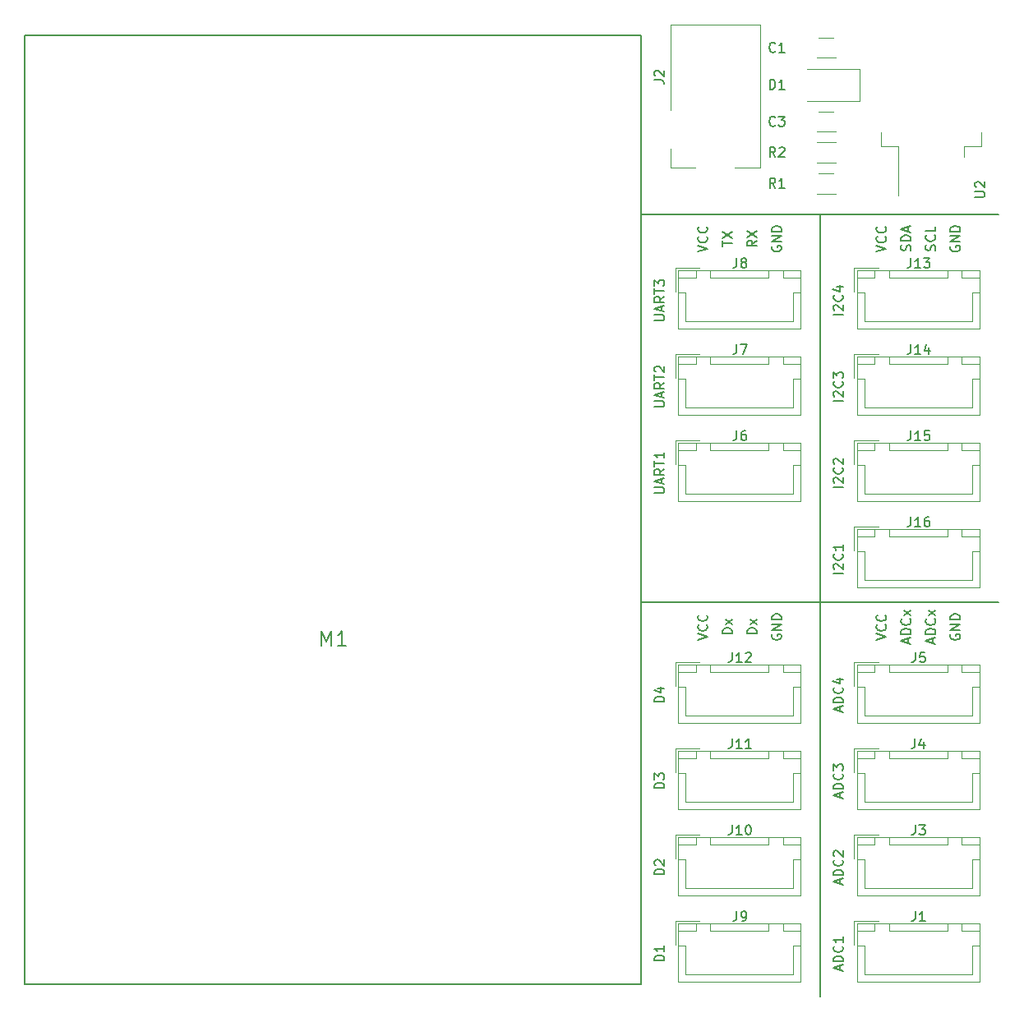
<source format=gto>
G04 #@! TF.FileFunction,Legend,Top*
%FSLAX46Y46*%
G04 Gerber Fmt 4.6, Leading zero omitted, Abs format (unit mm)*
G04 Created by KiCad (PCBNEW 4.0.7) date Tue Mar  6 11:31:25 2018*
%MOMM*%
%LPD*%
G01*
G04 APERTURE LIST*
%ADD10C,0.150000*%
%ADD11C,0.200000*%
%ADD12C,0.120000*%
%ADD13C,0.127000*%
%ADD14R,3.900000X3.900000*%
%ADD15R,2.400000X2.000000*%
%ADD16R,2.900000X2.200000*%
%ADD17R,2.150000X2.150000*%
%ADD18C,2.150000*%
%ADD19R,2.400000X2.100000*%
%ADD20R,1.500000X5.000000*%
%ADD21R,11.200000X9.800000*%
%ADD22R,2.178000X2.178000*%
%ADD23C,2.178000*%
G04 APERTURE END LIST*
D10*
D11*
X81915000Y0D02*
X81915000Y80645000D01*
D10*
X64857381Y69683571D02*
X65666905Y69683571D01*
X65762143Y69731190D01*
X65809762Y69778809D01*
X65857381Y69874047D01*
X65857381Y70064524D01*
X65809762Y70159762D01*
X65762143Y70207381D01*
X65666905Y70255000D01*
X64857381Y70255000D01*
X65571667Y70683571D02*
X65571667Y71159762D01*
X65857381Y70588333D02*
X64857381Y70921666D01*
X65857381Y71255000D01*
X65857381Y72159762D02*
X65381190Y71826428D01*
X65857381Y71588333D02*
X64857381Y71588333D01*
X64857381Y71969286D01*
X64905000Y72064524D01*
X64952619Y72112143D01*
X65047857Y72159762D01*
X65190714Y72159762D01*
X65285952Y72112143D01*
X65333571Y72064524D01*
X65381190Y71969286D01*
X65381190Y71588333D01*
X64857381Y72445476D02*
X64857381Y73016905D01*
X65857381Y72731190D02*
X64857381Y72731190D01*
X64857381Y73255000D02*
X64857381Y73874048D01*
X65238333Y73540714D01*
X65238333Y73683572D01*
X65285952Y73778810D01*
X65333571Y73826429D01*
X65428810Y73874048D01*
X65666905Y73874048D01*
X65762143Y73826429D01*
X65809762Y73778810D01*
X65857381Y73683572D01*
X65857381Y73397857D01*
X65809762Y73302619D01*
X65762143Y73255000D01*
X71842381Y77343095D02*
X71842381Y77914524D01*
X72842381Y77628809D02*
X71842381Y77628809D01*
X71842381Y78152619D02*
X72842381Y78819286D01*
X71842381Y78819286D02*
X72842381Y78152619D01*
D11*
X100330000Y80645000D02*
X63500000Y80645000D01*
X63500000Y40640000D02*
X100330000Y40640000D01*
D10*
X76970000Y77343096D02*
X76922381Y77247858D01*
X76922381Y77105001D01*
X76970000Y76962143D01*
X77065238Y76866905D01*
X77160476Y76819286D01*
X77350952Y76771667D01*
X77493810Y76771667D01*
X77684286Y76819286D01*
X77779524Y76866905D01*
X77874762Y76962143D01*
X77922381Y77105001D01*
X77922381Y77200239D01*
X77874762Y77343096D01*
X77827143Y77390715D01*
X77493810Y77390715D01*
X77493810Y77200239D01*
X77922381Y77819286D02*
X76922381Y77819286D01*
X77922381Y78390715D01*
X76922381Y78390715D01*
X77922381Y78866905D02*
X76922381Y78866905D01*
X76922381Y79105000D01*
X76970000Y79247858D01*
X77065238Y79343096D01*
X77160476Y79390715D01*
X77350952Y79438334D01*
X77493810Y79438334D01*
X77684286Y79390715D01*
X77779524Y79343096D01*
X77874762Y79247858D01*
X77922381Y79105000D01*
X77922381Y78866905D01*
X75382381Y77938334D02*
X74906190Y77605000D01*
X75382381Y77366905D02*
X74382381Y77366905D01*
X74382381Y77747858D01*
X74430000Y77843096D01*
X74477619Y77890715D01*
X74572857Y77938334D01*
X74715714Y77938334D01*
X74810952Y77890715D01*
X74858571Y77843096D01*
X74906190Y77747858D01*
X74906190Y77366905D01*
X74382381Y78271667D02*
X75382381Y78938334D01*
X74382381Y78938334D02*
X75382381Y78271667D01*
X69302381Y76771667D02*
X70302381Y77105000D01*
X69302381Y77438334D01*
X70207143Y78343096D02*
X70254762Y78295477D01*
X70302381Y78152620D01*
X70302381Y78057382D01*
X70254762Y77914524D01*
X70159524Y77819286D01*
X70064286Y77771667D01*
X69873810Y77724048D01*
X69730952Y77724048D01*
X69540476Y77771667D01*
X69445238Y77819286D01*
X69350000Y77914524D01*
X69302381Y78057382D01*
X69302381Y78152620D01*
X69350000Y78295477D01*
X69397619Y78343096D01*
X70207143Y79343096D02*
X70254762Y79295477D01*
X70302381Y79152620D01*
X70302381Y79057382D01*
X70254762Y78914524D01*
X70159524Y78819286D01*
X70064286Y78771667D01*
X69873810Y78724048D01*
X69730952Y78724048D01*
X69540476Y78771667D01*
X69445238Y78819286D01*
X69350000Y78914524D01*
X69302381Y79057382D01*
X69302381Y79152620D01*
X69350000Y79295477D01*
X69397619Y79343096D01*
X64857381Y60793571D02*
X65666905Y60793571D01*
X65762143Y60841190D01*
X65809762Y60888809D01*
X65857381Y60984047D01*
X65857381Y61174524D01*
X65809762Y61269762D01*
X65762143Y61317381D01*
X65666905Y61365000D01*
X64857381Y61365000D01*
X65571667Y61793571D02*
X65571667Y62269762D01*
X65857381Y61698333D02*
X64857381Y62031666D01*
X65857381Y62365000D01*
X65857381Y63269762D02*
X65381190Y62936428D01*
X65857381Y62698333D02*
X64857381Y62698333D01*
X64857381Y63079286D01*
X64905000Y63174524D01*
X64952619Y63222143D01*
X65047857Y63269762D01*
X65190714Y63269762D01*
X65285952Y63222143D01*
X65333571Y63174524D01*
X65381190Y63079286D01*
X65381190Y62698333D01*
X64857381Y63555476D02*
X64857381Y64126905D01*
X65857381Y63841190D02*
X64857381Y63841190D01*
X64952619Y64412619D02*
X64905000Y64460238D01*
X64857381Y64555476D01*
X64857381Y64793572D01*
X64905000Y64888810D01*
X64952619Y64936429D01*
X65047857Y64984048D01*
X65143095Y64984048D01*
X65285952Y64936429D01*
X65857381Y64365000D01*
X65857381Y64984048D01*
X64857381Y51903571D02*
X65666905Y51903571D01*
X65762143Y51951190D01*
X65809762Y51998809D01*
X65857381Y52094047D01*
X65857381Y52284524D01*
X65809762Y52379762D01*
X65762143Y52427381D01*
X65666905Y52475000D01*
X64857381Y52475000D01*
X65571667Y52903571D02*
X65571667Y53379762D01*
X65857381Y52808333D02*
X64857381Y53141666D01*
X65857381Y53475000D01*
X65857381Y54379762D02*
X65381190Y54046428D01*
X65857381Y53808333D02*
X64857381Y53808333D01*
X64857381Y54189286D01*
X64905000Y54284524D01*
X64952619Y54332143D01*
X65047857Y54379762D01*
X65190714Y54379762D01*
X65285952Y54332143D01*
X65333571Y54284524D01*
X65381190Y54189286D01*
X65381190Y53808333D01*
X64857381Y54665476D02*
X64857381Y55236905D01*
X65857381Y54951190D02*
X64857381Y54951190D01*
X65857381Y56094048D02*
X65857381Y55522619D01*
X65857381Y55808333D02*
X64857381Y55808333D01*
X65000238Y55713095D01*
X65095476Y55617857D01*
X65143095Y55522619D01*
X65857381Y30376905D02*
X64857381Y30376905D01*
X64857381Y30615000D01*
X64905000Y30757858D01*
X65000238Y30853096D01*
X65095476Y30900715D01*
X65285952Y30948334D01*
X65428810Y30948334D01*
X65619286Y30900715D01*
X65714524Y30853096D01*
X65809762Y30757858D01*
X65857381Y30615000D01*
X65857381Y30376905D01*
X65190714Y31805477D02*
X65857381Y31805477D01*
X64809762Y31567381D02*
X65524048Y31329286D01*
X65524048Y31948334D01*
X65857381Y21486905D02*
X64857381Y21486905D01*
X64857381Y21725000D01*
X64905000Y21867858D01*
X65000238Y21963096D01*
X65095476Y22010715D01*
X65285952Y22058334D01*
X65428810Y22058334D01*
X65619286Y22010715D01*
X65714524Y21963096D01*
X65809762Y21867858D01*
X65857381Y21725000D01*
X65857381Y21486905D01*
X64857381Y22391667D02*
X64857381Y23010715D01*
X65238333Y22677381D01*
X65238333Y22820239D01*
X65285952Y22915477D01*
X65333571Y22963096D01*
X65428810Y23010715D01*
X65666905Y23010715D01*
X65762143Y22963096D01*
X65809762Y22915477D01*
X65857381Y22820239D01*
X65857381Y22534524D01*
X65809762Y22439286D01*
X65762143Y22391667D01*
X65857381Y12596905D02*
X64857381Y12596905D01*
X64857381Y12835000D01*
X64905000Y12977858D01*
X65000238Y13073096D01*
X65095476Y13120715D01*
X65285952Y13168334D01*
X65428810Y13168334D01*
X65619286Y13120715D01*
X65714524Y13073096D01*
X65809762Y12977858D01*
X65857381Y12835000D01*
X65857381Y12596905D01*
X64952619Y13549286D02*
X64905000Y13596905D01*
X64857381Y13692143D01*
X64857381Y13930239D01*
X64905000Y14025477D01*
X64952619Y14073096D01*
X65047857Y14120715D01*
X65143095Y14120715D01*
X65285952Y14073096D01*
X65857381Y13501667D01*
X65857381Y14120715D01*
X65857381Y3706905D02*
X64857381Y3706905D01*
X64857381Y3945000D01*
X64905000Y4087858D01*
X65000238Y4183096D01*
X65095476Y4230715D01*
X65285952Y4278334D01*
X65428810Y4278334D01*
X65619286Y4230715D01*
X65714524Y4183096D01*
X65809762Y4087858D01*
X65857381Y3945000D01*
X65857381Y3706905D01*
X65857381Y5230715D02*
X65857381Y4659286D01*
X65857381Y4945000D02*
X64857381Y4945000D01*
X65000238Y4849762D01*
X65095476Y4754524D01*
X65143095Y4659286D01*
X76970000Y37338096D02*
X76922381Y37242858D01*
X76922381Y37100001D01*
X76970000Y36957143D01*
X77065238Y36861905D01*
X77160476Y36814286D01*
X77350952Y36766667D01*
X77493810Y36766667D01*
X77684286Y36814286D01*
X77779524Y36861905D01*
X77874762Y36957143D01*
X77922381Y37100001D01*
X77922381Y37195239D01*
X77874762Y37338096D01*
X77827143Y37385715D01*
X77493810Y37385715D01*
X77493810Y37195239D01*
X77922381Y37814286D02*
X76922381Y37814286D01*
X77922381Y38385715D01*
X76922381Y38385715D01*
X77922381Y38861905D02*
X76922381Y38861905D01*
X76922381Y39100000D01*
X76970000Y39242858D01*
X77065238Y39338096D01*
X77160476Y39385715D01*
X77350952Y39433334D01*
X77493810Y39433334D01*
X77684286Y39385715D01*
X77779524Y39338096D01*
X77874762Y39242858D01*
X77922381Y39100000D01*
X77922381Y38861905D01*
X75382381Y37433333D02*
X74382381Y37433333D01*
X74382381Y37671428D01*
X74430000Y37814286D01*
X74525238Y37909524D01*
X74620476Y37957143D01*
X74810952Y38004762D01*
X74953810Y38004762D01*
X75144286Y37957143D01*
X75239524Y37909524D01*
X75334762Y37814286D01*
X75382381Y37671428D01*
X75382381Y37433333D01*
X75382381Y38338095D02*
X74715714Y38861905D01*
X74715714Y38338095D02*
X75382381Y38861905D01*
X72842381Y37433333D02*
X71842381Y37433333D01*
X71842381Y37671428D01*
X71890000Y37814286D01*
X71985238Y37909524D01*
X72080476Y37957143D01*
X72270952Y38004762D01*
X72413810Y38004762D01*
X72604286Y37957143D01*
X72699524Y37909524D01*
X72794762Y37814286D01*
X72842381Y37671428D01*
X72842381Y37433333D01*
X72842381Y38338095D02*
X72175714Y38861905D01*
X72175714Y38338095D02*
X72842381Y38861905D01*
X69302381Y36766667D02*
X70302381Y37100000D01*
X69302381Y37433334D01*
X70207143Y38338096D02*
X70254762Y38290477D01*
X70302381Y38147620D01*
X70302381Y38052382D01*
X70254762Y37909524D01*
X70159524Y37814286D01*
X70064286Y37766667D01*
X69873810Y37719048D01*
X69730952Y37719048D01*
X69540476Y37766667D01*
X69445238Y37814286D01*
X69350000Y37909524D01*
X69302381Y38052382D01*
X69302381Y38147620D01*
X69350000Y38290477D01*
X69397619Y38338096D01*
X70207143Y39338096D02*
X70254762Y39290477D01*
X70302381Y39147620D01*
X70302381Y39052382D01*
X70254762Y38909524D01*
X70159524Y38814286D01*
X70064286Y38766667D01*
X69873810Y38719048D01*
X69730952Y38719048D01*
X69540476Y38766667D01*
X69445238Y38814286D01*
X69350000Y38909524D01*
X69302381Y39052382D01*
X69302381Y39147620D01*
X69350000Y39290477D01*
X69397619Y39338096D01*
X87717381Y76771667D02*
X88717381Y77105000D01*
X87717381Y77438334D01*
X88622143Y78343096D02*
X88669762Y78295477D01*
X88717381Y78152620D01*
X88717381Y78057382D01*
X88669762Y77914524D01*
X88574524Y77819286D01*
X88479286Y77771667D01*
X88288810Y77724048D01*
X88145952Y77724048D01*
X87955476Y77771667D01*
X87860238Y77819286D01*
X87765000Y77914524D01*
X87717381Y78057382D01*
X87717381Y78152620D01*
X87765000Y78295477D01*
X87812619Y78343096D01*
X88622143Y79343096D02*
X88669762Y79295477D01*
X88717381Y79152620D01*
X88717381Y79057382D01*
X88669762Y78914524D01*
X88574524Y78819286D01*
X88479286Y78771667D01*
X88288810Y78724048D01*
X88145952Y78724048D01*
X87955476Y78771667D01*
X87860238Y78819286D01*
X87765000Y78914524D01*
X87717381Y79057382D01*
X87717381Y79152620D01*
X87765000Y79295477D01*
X87812619Y79343096D01*
X91209762Y76890714D02*
X91257381Y77033571D01*
X91257381Y77271667D01*
X91209762Y77366905D01*
X91162143Y77414524D01*
X91066905Y77462143D01*
X90971667Y77462143D01*
X90876429Y77414524D01*
X90828810Y77366905D01*
X90781190Y77271667D01*
X90733571Y77081190D01*
X90685952Y76985952D01*
X90638333Y76938333D01*
X90543095Y76890714D01*
X90447857Y76890714D01*
X90352619Y76938333D01*
X90305000Y76985952D01*
X90257381Y77081190D01*
X90257381Y77319286D01*
X90305000Y77462143D01*
X91257381Y77890714D02*
X90257381Y77890714D01*
X90257381Y78128809D01*
X90305000Y78271667D01*
X90400238Y78366905D01*
X90495476Y78414524D01*
X90685952Y78462143D01*
X90828810Y78462143D01*
X91019286Y78414524D01*
X91114524Y78366905D01*
X91209762Y78271667D01*
X91257381Y78128809D01*
X91257381Y77890714D01*
X90971667Y78843095D02*
X90971667Y79319286D01*
X91257381Y78747857D02*
X90257381Y79081190D01*
X91257381Y79414524D01*
X93749762Y76914524D02*
X93797381Y77057381D01*
X93797381Y77295477D01*
X93749762Y77390715D01*
X93702143Y77438334D01*
X93606905Y77485953D01*
X93511667Y77485953D01*
X93416429Y77438334D01*
X93368810Y77390715D01*
X93321190Y77295477D01*
X93273571Y77105000D01*
X93225952Y77009762D01*
X93178333Y76962143D01*
X93083095Y76914524D01*
X92987857Y76914524D01*
X92892619Y76962143D01*
X92845000Y77009762D01*
X92797381Y77105000D01*
X92797381Y77343096D01*
X92845000Y77485953D01*
X93702143Y78485953D02*
X93749762Y78438334D01*
X93797381Y78295477D01*
X93797381Y78200239D01*
X93749762Y78057381D01*
X93654524Y77962143D01*
X93559286Y77914524D01*
X93368810Y77866905D01*
X93225952Y77866905D01*
X93035476Y77914524D01*
X92940238Y77962143D01*
X92845000Y78057381D01*
X92797381Y78200239D01*
X92797381Y78295477D01*
X92845000Y78438334D01*
X92892619Y78485953D01*
X93797381Y79390715D02*
X93797381Y78914524D01*
X92797381Y78914524D01*
X95385000Y77343096D02*
X95337381Y77247858D01*
X95337381Y77105001D01*
X95385000Y76962143D01*
X95480238Y76866905D01*
X95575476Y76819286D01*
X95765952Y76771667D01*
X95908810Y76771667D01*
X96099286Y76819286D01*
X96194524Y76866905D01*
X96289762Y76962143D01*
X96337381Y77105001D01*
X96337381Y77200239D01*
X96289762Y77343096D01*
X96242143Y77390715D01*
X95908810Y77390715D01*
X95908810Y77200239D01*
X96337381Y77819286D02*
X95337381Y77819286D01*
X96337381Y78390715D01*
X95337381Y78390715D01*
X96337381Y78866905D02*
X95337381Y78866905D01*
X95337381Y79105000D01*
X95385000Y79247858D01*
X95480238Y79343096D01*
X95575476Y79390715D01*
X95765952Y79438334D01*
X95908810Y79438334D01*
X96099286Y79390715D01*
X96194524Y79343096D01*
X96289762Y79247858D01*
X96337381Y79105000D01*
X96337381Y78866905D01*
X84272381Y70302619D02*
X83272381Y70302619D01*
X83367619Y70731190D02*
X83320000Y70778809D01*
X83272381Y70874047D01*
X83272381Y71112143D01*
X83320000Y71207381D01*
X83367619Y71255000D01*
X83462857Y71302619D01*
X83558095Y71302619D01*
X83700952Y71255000D01*
X84272381Y70683571D01*
X84272381Y71302619D01*
X84177143Y72302619D02*
X84224762Y72255000D01*
X84272381Y72112143D01*
X84272381Y72016905D01*
X84224762Y71874047D01*
X84129524Y71778809D01*
X84034286Y71731190D01*
X83843810Y71683571D01*
X83700952Y71683571D01*
X83510476Y71731190D01*
X83415238Y71778809D01*
X83320000Y71874047D01*
X83272381Y72016905D01*
X83272381Y72112143D01*
X83320000Y72255000D01*
X83367619Y72302619D01*
X83605714Y73159762D02*
X84272381Y73159762D01*
X83224762Y72921666D02*
X83939048Y72683571D01*
X83939048Y73302619D01*
X84272381Y61412619D02*
X83272381Y61412619D01*
X83367619Y61841190D02*
X83320000Y61888809D01*
X83272381Y61984047D01*
X83272381Y62222143D01*
X83320000Y62317381D01*
X83367619Y62365000D01*
X83462857Y62412619D01*
X83558095Y62412619D01*
X83700952Y62365000D01*
X84272381Y61793571D01*
X84272381Y62412619D01*
X84177143Y63412619D02*
X84224762Y63365000D01*
X84272381Y63222143D01*
X84272381Y63126905D01*
X84224762Y62984047D01*
X84129524Y62888809D01*
X84034286Y62841190D01*
X83843810Y62793571D01*
X83700952Y62793571D01*
X83510476Y62841190D01*
X83415238Y62888809D01*
X83320000Y62984047D01*
X83272381Y63126905D01*
X83272381Y63222143D01*
X83320000Y63365000D01*
X83367619Y63412619D01*
X83272381Y63745952D02*
X83272381Y64365000D01*
X83653333Y64031666D01*
X83653333Y64174524D01*
X83700952Y64269762D01*
X83748571Y64317381D01*
X83843810Y64365000D01*
X84081905Y64365000D01*
X84177143Y64317381D01*
X84224762Y64269762D01*
X84272381Y64174524D01*
X84272381Y63888809D01*
X84224762Y63793571D01*
X84177143Y63745952D01*
X84272381Y52522619D02*
X83272381Y52522619D01*
X83367619Y52951190D02*
X83320000Y52998809D01*
X83272381Y53094047D01*
X83272381Y53332143D01*
X83320000Y53427381D01*
X83367619Y53475000D01*
X83462857Y53522619D01*
X83558095Y53522619D01*
X83700952Y53475000D01*
X84272381Y52903571D01*
X84272381Y53522619D01*
X84177143Y54522619D02*
X84224762Y54475000D01*
X84272381Y54332143D01*
X84272381Y54236905D01*
X84224762Y54094047D01*
X84129524Y53998809D01*
X84034286Y53951190D01*
X83843810Y53903571D01*
X83700952Y53903571D01*
X83510476Y53951190D01*
X83415238Y53998809D01*
X83320000Y54094047D01*
X83272381Y54236905D01*
X83272381Y54332143D01*
X83320000Y54475000D01*
X83367619Y54522619D01*
X83367619Y54903571D02*
X83320000Y54951190D01*
X83272381Y55046428D01*
X83272381Y55284524D01*
X83320000Y55379762D01*
X83367619Y55427381D01*
X83462857Y55475000D01*
X83558095Y55475000D01*
X83700952Y55427381D01*
X84272381Y54855952D01*
X84272381Y55475000D01*
X84272381Y43632619D02*
X83272381Y43632619D01*
X83367619Y44061190D02*
X83320000Y44108809D01*
X83272381Y44204047D01*
X83272381Y44442143D01*
X83320000Y44537381D01*
X83367619Y44585000D01*
X83462857Y44632619D01*
X83558095Y44632619D01*
X83700952Y44585000D01*
X84272381Y44013571D01*
X84272381Y44632619D01*
X84177143Y45632619D02*
X84224762Y45585000D01*
X84272381Y45442143D01*
X84272381Y45346905D01*
X84224762Y45204047D01*
X84129524Y45108809D01*
X84034286Y45061190D01*
X83843810Y45013571D01*
X83700952Y45013571D01*
X83510476Y45061190D01*
X83415238Y45108809D01*
X83320000Y45204047D01*
X83272381Y45346905D01*
X83272381Y45442143D01*
X83320000Y45585000D01*
X83367619Y45632619D01*
X84272381Y46585000D02*
X84272381Y46013571D01*
X84272381Y46299285D02*
X83272381Y46299285D01*
X83415238Y46204047D01*
X83510476Y46108809D01*
X83558095Y46013571D01*
X83986667Y29400714D02*
X83986667Y29876905D01*
X84272381Y29305476D02*
X83272381Y29638809D01*
X84272381Y29972143D01*
X84272381Y30305476D02*
X83272381Y30305476D01*
X83272381Y30543571D01*
X83320000Y30686429D01*
X83415238Y30781667D01*
X83510476Y30829286D01*
X83700952Y30876905D01*
X83843810Y30876905D01*
X84034286Y30829286D01*
X84129524Y30781667D01*
X84224762Y30686429D01*
X84272381Y30543571D01*
X84272381Y30305476D01*
X84177143Y31876905D02*
X84224762Y31829286D01*
X84272381Y31686429D01*
X84272381Y31591191D01*
X84224762Y31448333D01*
X84129524Y31353095D01*
X84034286Y31305476D01*
X83843810Y31257857D01*
X83700952Y31257857D01*
X83510476Y31305476D01*
X83415238Y31353095D01*
X83320000Y31448333D01*
X83272381Y31591191D01*
X83272381Y31686429D01*
X83320000Y31829286D01*
X83367619Y31876905D01*
X83605714Y32734048D02*
X84272381Y32734048D01*
X83224762Y32495952D02*
X83939048Y32257857D01*
X83939048Y32876905D01*
X83986667Y20510714D02*
X83986667Y20986905D01*
X84272381Y20415476D02*
X83272381Y20748809D01*
X84272381Y21082143D01*
X84272381Y21415476D02*
X83272381Y21415476D01*
X83272381Y21653571D01*
X83320000Y21796429D01*
X83415238Y21891667D01*
X83510476Y21939286D01*
X83700952Y21986905D01*
X83843810Y21986905D01*
X84034286Y21939286D01*
X84129524Y21891667D01*
X84224762Y21796429D01*
X84272381Y21653571D01*
X84272381Y21415476D01*
X84177143Y22986905D02*
X84224762Y22939286D01*
X84272381Y22796429D01*
X84272381Y22701191D01*
X84224762Y22558333D01*
X84129524Y22463095D01*
X84034286Y22415476D01*
X83843810Y22367857D01*
X83700952Y22367857D01*
X83510476Y22415476D01*
X83415238Y22463095D01*
X83320000Y22558333D01*
X83272381Y22701191D01*
X83272381Y22796429D01*
X83320000Y22939286D01*
X83367619Y22986905D01*
X83272381Y23320238D02*
X83272381Y23939286D01*
X83653333Y23605952D01*
X83653333Y23748810D01*
X83700952Y23844048D01*
X83748571Y23891667D01*
X83843810Y23939286D01*
X84081905Y23939286D01*
X84177143Y23891667D01*
X84224762Y23844048D01*
X84272381Y23748810D01*
X84272381Y23463095D01*
X84224762Y23367857D01*
X84177143Y23320238D01*
X83986667Y11620714D02*
X83986667Y12096905D01*
X84272381Y11525476D02*
X83272381Y11858809D01*
X84272381Y12192143D01*
X84272381Y12525476D02*
X83272381Y12525476D01*
X83272381Y12763571D01*
X83320000Y12906429D01*
X83415238Y13001667D01*
X83510476Y13049286D01*
X83700952Y13096905D01*
X83843810Y13096905D01*
X84034286Y13049286D01*
X84129524Y13001667D01*
X84224762Y12906429D01*
X84272381Y12763571D01*
X84272381Y12525476D01*
X84177143Y14096905D02*
X84224762Y14049286D01*
X84272381Y13906429D01*
X84272381Y13811191D01*
X84224762Y13668333D01*
X84129524Y13573095D01*
X84034286Y13525476D01*
X83843810Y13477857D01*
X83700952Y13477857D01*
X83510476Y13525476D01*
X83415238Y13573095D01*
X83320000Y13668333D01*
X83272381Y13811191D01*
X83272381Y13906429D01*
X83320000Y14049286D01*
X83367619Y14096905D01*
X83367619Y14477857D02*
X83320000Y14525476D01*
X83272381Y14620714D01*
X83272381Y14858810D01*
X83320000Y14954048D01*
X83367619Y15001667D01*
X83462857Y15049286D01*
X83558095Y15049286D01*
X83700952Y15001667D01*
X84272381Y14430238D01*
X84272381Y15049286D01*
X83986667Y2730714D02*
X83986667Y3206905D01*
X84272381Y2635476D02*
X83272381Y2968809D01*
X84272381Y3302143D01*
X84272381Y3635476D02*
X83272381Y3635476D01*
X83272381Y3873571D01*
X83320000Y4016429D01*
X83415238Y4111667D01*
X83510476Y4159286D01*
X83700952Y4206905D01*
X83843810Y4206905D01*
X84034286Y4159286D01*
X84129524Y4111667D01*
X84224762Y4016429D01*
X84272381Y3873571D01*
X84272381Y3635476D01*
X84177143Y5206905D02*
X84224762Y5159286D01*
X84272381Y5016429D01*
X84272381Y4921191D01*
X84224762Y4778333D01*
X84129524Y4683095D01*
X84034286Y4635476D01*
X83843810Y4587857D01*
X83700952Y4587857D01*
X83510476Y4635476D01*
X83415238Y4683095D01*
X83320000Y4778333D01*
X83272381Y4921191D01*
X83272381Y5016429D01*
X83320000Y5159286D01*
X83367619Y5206905D01*
X84272381Y6159286D02*
X84272381Y5587857D01*
X84272381Y5873571D02*
X83272381Y5873571D01*
X83415238Y5778333D01*
X83510476Y5683095D01*
X83558095Y5587857D01*
X95385000Y37338096D02*
X95337381Y37242858D01*
X95337381Y37100001D01*
X95385000Y36957143D01*
X95480238Y36861905D01*
X95575476Y36814286D01*
X95765952Y36766667D01*
X95908810Y36766667D01*
X96099286Y36814286D01*
X96194524Y36861905D01*
X96289762Y36957143D01*
X96337381Y37100001D01*
X96337381Y37195239D01*
X96289762Y37338096D01*
X96242143Y37385715D01*
X95908810Y37385715D01*
X95908810Y37195239D01*
X96337381Y37814286D02*
X95337381Y37814286D01*
X96337381Y38385715D01*
X95337381Y38385715D01*
X96337381Y38861905D02*
X95337381Y38861905D01*
X95337381Y39100000D01*
X95385000Y39242858D01*
X95480238Y39338096D01*
X95575476Y39385715D01*
X95765952Y39433334D01*
X95908810Y39433334D01*
X96099286Y39385715D01*
X96194524Y39338096D01*
X96289762Y39242858D01*
X96337381Y39100000D01*
X96337381Y38861905D01*
X93511667Y36457143D02*
X93511667Y36933334D01*
X93797381Y36361905D02*
X92797381Y36695238D01*
X93797381Y37028572D01*
X93797381Y37361905D02*
X92797381Y37361905D01*
X92797381Y37600000D01*
X92845000Y37742858D01*
X92940238Y37838096D01*
X93035476Y37885715D01*
X93225952Y37933334D01*
X93368810Y37933334D01*
X93559286Y37885715D01*
X93654524Y37838096D01*
X93749762Y37742858D01*
X93797381Y37600000D01*
X93797381Y37361905D01*
X93702143Y38933334D02*
X93749762Y38885715D01*
X93797381Y38742858D01*
X93797381Y38647620D01*
X93749762Y38504762D01*
X93654524Y38409524D01*
X93559286Y38361905D01*
X93368810Y38314286D01*
X93225952Y38314286D01*
X93035476Y38361905D01*
X92940238Y38409524D01*
X92845000Y38504762D01*
X92797381Y38647620D01*
X92797381Y38742858D01*
X92845000Y38885715D01*
X92892619Y38933334D01*
X93797381Y39266667D02*
X93130714Y39790477D01*
X93130714Y39266667D02*
X93797381Y39790477D01*
X90971667Y36457143D02*
X90971667Y36933334D01*
X91257381Y36361905D02*
X90257381Y36695238D01*
X91257381Y37028572D01*
X91257381Y37361905D02*
X90257381Y37361905D01*
X90257381Y37600000D01*
X90305000Y37742858D01*
X90400238Y37838096D01*
X90495476Y37885715D01*
X90685952Y37933334D01*
X90828810Y37933334D01*
X91019286Y37885715D01*
X91114524Y37838096D01*
X91209762Y37742858D01*
X91257381Y37600000D01*
X91257381Y37361905D01*
X91162143Y38933334D02*
X91209762Y38885715D01*
X91257381Y38742858D01*
X91257381Y38647620D01*
X91209762Y38504762D01*
X91114524Y38409524D01*
X91019286Y38361905D01*
X90828810Y38314286D01*
X90685952Y38314286D01*
X90495476Y38361905D01*
X90400238Y38409524D01*
X90305000Y38504762D01*
X90257381Y38647620D01*
X90257381Y38742858D01*
X90305000Y38885715D01*
X90352619Y38933334D01*
X91257381Y39266667D02*
X90590714Y39790477D01*
X90590714Y39266667D02*
X91257381Y39790477D01*
X87717381Y36766667D02*
X88717381Y37100000D01*
X87717381Y37433334D01*
X88622143Y38338096D02*
X88669762Y38290477D01*
X88717381Y38147620D01*
X88717381Y38052382D01*
X88669762Y37909524D01*
X88574524Y37814286D01*
X88479286Y37766667D01*
X88288810Y37719048D01*
X88145952Y37719048D01*
X87955476Y37766667D01*
X87860238Y37814286D01*
X87765000Y37909524D01*
X87717381Y38052382D01*
X87717381Y38147620D01*
X87765000Y38290477D01*
X87812619Y38338096D01*
X88622143Y39338096D02*
X88669762Y39290477D01*
X88717381Y39147620D01*
X88717381Y39052382D01*
X88669762Y38909524D01*
X88574524Y38814286D01*
X88479286Y38766667D01*
X88288810Y38719048D01*
X88145952Y38719048D01*
X87955476Y38766667D01*
X87860238Y38814286D01*
X87765000Y38909524D01*
X87717381Y39052382D01*
X87717381Y39147620D01*
X87765000Y39290477D01*
X87812619Y39338096D01*
D12*
X66520000Y91360000D02*
X66520000Y100160000D01*
X66520000Y100160000D02*
X75720000Y100160000D01*
X69220000Y85460000D02*
X66520000Y85460000D01*
X66520000Y85460000D02*
X66520000Y87360000D01*
X75720000Y100160000D02*
X75720000Y85460000D01*
X75720000Y85460000D02*
X73120000Y85460000D01*
X81550000Y96770000D02*
X83550000Y96770000D01*
X83550000Y98810000D02*
X81550000Y98810000D01*
X81550000Y89150000D02*
X83550000Y89150000D01*
X83550000Y91190000D02*
X81550000Y91190000D01*
X85950000Y92330000D02*
X85950000Y95630000D01*
X85950000Y95630000D02*
X80550000Y95630000D01*
X85950000Y92330000D02*
X80550000Y92330000D01*
X85715000Y7530000D02*
X85715000Y1580000D01*
X85715000Y1580000D02*
X98315000Y1580000D01*
X98315000Y1580000D02*
X98315000Y7530000D01*
X98315000Y7530000D02*
X85715000Y7530000D01*
X89015000Y7530000D02*
X89015000Y6780000D01*
X89015000Y6780000D02*
X95015000Y6780000D01*
X95015000Y6780000D02*
X95015000Y7530000D01*
X95015000Y7530000D02*
X89015000Y7530000D01*
X85715000Y7530000D02*
X85715000Y6780000D01*
X85715000Y6780000D02*
X87515000Y6780000D01*
X87515000Y6780000D02*
X87515000Y7530000D01*
X87515000Y7530000D02*
X85715000Y7530000D01*
X96515000Y7530000D02*
X96515000Y6780000D01*
X96515000Y6780000D02*
X98315000Y6780000D01*
X98315000Y6780000D02*
X98315000Y7530000D01*
X98315000Y7530000D02*
X96515000Y7530000D01*
X85715000Y5280000D02*
X86465000Y5280000D01*
X86465000Y5280000D02*
X86465000Y2330000D01*
X86465000Y2330000D02*
X92015000Y2330000D01*
X98315000Y5280000D02*
X97565000Y5280000D01*
X97565000Y5280000D02*
X97565000Y2330000D01*
X97565000Y2330000D02*
X92015000Y2330000D01*
X87915000Y7830000D02*
X85415000Y7830000D01*
X85415000Y7830000D02*
X85415000Y5330000D01*
X85715000Y16420000D02*
X85715000Y10470000D01*
X85715000Y10470000D02*
X98315000Y10470000D01*
X98315000Y10470000D02*
X98315000Y16420000D01*
X98315000Y16420000D02*
X85715000Y16420000D01*
X89015000Y16420000D02*
X89015000Y15670000D01*
X89015000Y15670000D02*
X95015000Y15670000D01*
X95015000Y15670000D02*
X95015000Y16420000D01*
X95015000Y16420000D02*
X89015000Y16420000D01*
X85715000Y16420000D02*
X85715000Y15670000D01*
X85715000Y15670000D02*
X87515000Y15670000D01*
X87515000Y15670000D02*
X87515000Y16420000D01*
X87515000Y16420000D02*
X85715000Y16420000D01*
X96515000Y16420000D02*
X96515000Y15670000D01*
X96515000Y15670000D02*
X98315000Y15670000D01*
X98315000Y15670000D02*
X98315000Y16420000D01*
X98315000Y16420000D02*
X96515000Y16420000D01*
X85715000Y14170000D02*
X86465000Y14170000D01*
X86465000Y14170000D02*
X86465000Y11220000D01*
X86465000Y11220000D02*
X92015000Y11220000D01*
X98315000Y14170000D02*
X97565000Y14170000D01*
X97565000Y14170000D02*
X97565000Y11220000D01*
X97565000Y11220000D02*
X92015000Y11220000D01*
X87915000Y16720000D02*
X85415000Y16720000D01*
X85415000Y16720000D02*
X85415000Y14220000D01*
X85715000Y25310000D02*
X85715000Y19360000D01*
X85715000Y19360000D02*
X98315000Y19360000D01*
X98315000Y19360000D02*
X98315000Y25310000D01*
X98315000Y25310000D02*
X85715000Y25310000D01*
X89015000Y25310000D02*
X89015000Y24560000D01*
X89015000Y24560000D02*
X95015000Y24560000D01*
X95015000Y24560000D02*
X95015000Y25310000D01*
X95015000Y25310000D02*
X89015000Y25310000D01*
X85715000Y25310000D02*
X85715000Y24560000D01*
X85715000Y24560000D02*
X87515000Y24560000D01*
X87515000Y24560000D02*
X87515000Y25310000D01*
X87515000Y25310000D02*
X85715000Y25310000D01*
X96515000Y25310000D02*
X96515000Y24560000D01*
X96515000Y24560000D02*
X98315000Y24560000D01*
X98315000Y24560000D02*
X98315000Y25310000D01*
X98315000Y25310000D02*
X96515000Y25310000D01*
X85715000Y23060000D02*
X86465000Y23060000D01*
X86465000Y23060000D02*
X86465000Y20110000D01*
X86465000Y20110000D02*
X92015000Y20110000D01*
X98315000Y23060000D02*
X97565000Y23060000D01*
X97565000Y23060000D02*
X97565000Y20110000D01*
X97565000Y20110000D02*
X92015000Y20110000D01*
X87915000Y25610000D02*
X85415000Y25610000D01*
X85415000Y25610000D02*
X85415000Y23110000D01*
X85715000Y34200000D02*
X85715000Y28250000D01*
X85715000Y28250000D02*
X98315000Y28250000D01*
X98315000Y28250000D02*
X98315000Y34200000D01*
X98315000Y34200000D02*
X85715000Y34200000D01*
X89015000Y34200000D02*
X89015000Y33450000D01*
X89015000Y33450000D02*
X95015000Y33450000D01*
X95015000Y33450000D02*
X95015000Y34200000D01*
X95015000Y34200000D02*
X89015000Y34200000D01*
X85715000Y34200000D02*
X85715000Y33450000D01*
X85715000Y33450000D02*
X87515000Y33450000D01*
X87515000Y33450000D02*
X87515000Y34200000D01*
X87515000Y34200000D02*
X85715000Y34200000D01*
X96515000Y34200000D02*
X96515000Y33450000D01*
X96515000Y33450000D02*
X98315000Y33450000D01*
X98315000Y33450000D02*
X98315000Y34200000D01*
X98315000Y34200000D02*
X96515000Y34200000D01*
X85715000Y31950000D02*
X86465000Y31950000D01*
X86465000Y31950000D02*
X86465000Y29000000D01*
X86465000Y29000000D02*
X92015000Y29000000D01*
X98315000Y31950000D02*
X97565000Y31950000D01*
X97565000Y31950000D02*
X97565000Y29000000D01*
X97565000Y29000000D02*
X92015000Y29000000D01*
X87915000Y34500000D02*
X85415000Y34500000D01*
X85415000Y34500000D02*
X85415000Y32000000D01*
X67300000Y57060000D02*
X67300000Y51110000D01*
X67300000Y51110000D02*
X79900000Y51110000D01*
X79900000Y51110000D02*
X79900000Y57060000D01*
X79900000Y57060000D02*
X67300000Y57060000D01*
X70600000Y57060000D02*
X70600000Y56310000D01*
X70600000Y56310000D02*
X76600000Y56310000D01*
X76600000Y56310000D02*
X76600000Y57060000D01*
X76600000Y57060000D02*
X70600000Y57060000D01*
X67300000Y57060000D02*
X67300000Y56310000D01*
X67300000Y56310000D02*
X69100000Y56310000D01*
X69100000Y56310000D02*
X69100000Y57060000D01*
X69100000Y57060000D02*
X67300000Y57060000D01*
X78100000Y57060000D02*
X78100000Y56310000D01*
X78100000Y56310000D02*
X79900000Y56310000D01*
X79900000Y56310000D02*
X79900000Y57060000D01*
X79900000Y57060000D02*
X78100000Y57060000D01*
X67300000Y54810000D02*
X68050000Y54810000D01*
X68050000Y54810000D02*
X68050000Y51860000D01*
X68050000Y51860000D02*
X73600000Y51860000D01*
X79900000Y54810000D02*
X79150000Y54810000D01*
X79150000Y54810000D02*
X79150000Y51860000D01*
X79150000Y51860000D02*
X73600000Y51860000D01*
X69500000Y57360000D02*
X67000000Y57360000D01*
X67000000Y57360000D02*
X67000000Y54860000D01*
X67300000Y65950000D02*
X67300000Y60000000D01*
X67300000Y60000000D02*
X79900000Y60000000D01*
X79900000Y60000000D02*
X79900000Y65950000D01*
X79900000Y65950000D02*
X67300000Y65950000D01*
X70600000Y65950000D02*
X70600000Y65200000D01*
X70600000Y65200000D02*
X76600000Y65200000D01*
X76600000Y65200000D02*
X76600000Y65950000D01*
X76600000Y65950000D02*
X70600000Y65950000D01*
X67300000Y65950000D02*
X67300000Y65200000D01*
X67300000Y65200000D02*
X69100000Y65200000D01*
X69100000Y65200000D02*
X69100000Y65950000D01*
X69100000Y65950000D02*
X67300000Y65950000D01*
X78100000Y65950000D02*
X78100000Y65200000D01*
X78100000Y65200000D02*
X79900000Y65200000D01*
X79900000Y65200000D02*
X79900000Y65950000D01*
X79900000Y65950000D02*
X78100000Y65950000D01*
X67300000Y63700000D02*
X68050000Y63700000D01*
X68050000Y63700000D02*
X68050000Y60750000D01*
X68050000Y60750000D02*
X73600000Y60750000D01*
X79900000Y63700000D02*
X79150000Y63700000D01*
X79150000Y63700000D02*
X79150000Y60750000D01*
X79150000Y60750000D02*
X73600000Y60750000D01*
X69500000Y66250000D02*
X67000000Y66250000D01*
X67000000Y66250000D02*
X67000000Y63750000D01*
X67300000Y74840000D02*
X67300000Y68890000D01*
X67300000Y68890000D02*
X79900000Y68890000D01*
X79900000Y68890000D02*
X79900000Y74840000D01*
X79900000Y74840000D02*
X67300000Y74840000D01*
X70600000Y74840000D02*
X70600000Y74090000D01*
X70600000Y74090000D02*
X76600000Y74090000D01*
X76600000Y74090000D02*
X76600000Y74840000D01*
X76600000Y74840000D02*
X70600000Y74840000D01*
X67300000Y74840000D02*
X67300000Y74090000D01*
X67300000Y74090000D02*
X69100000Y74090000D01*
X69100000Y74090000D02*
X69100000Y74840000D01*
X69100000Y74840000D02*
X67300000Y74840000D01*
X78100000Y74840000D02*
X78100000Y74090000D01*
X78100000Y74090000D02*
X79900000Y74090000D01*
X79900000Y74090000D02*
X79900000Y74840000D01*
X79900000Y74840000D02*
X78100000Y74840000D01*
X67300000Y72590000D02*
X68050000Y72590000D01*
X68050000Y72590000D02*
X68050000Y69640000D01*
X68050000Y69640000D02*
X73600000Y69640000D01*
X79900000Y72590000D02*
X79150000Y72590000D01*
X79150000Y72590000D02*
X79150000Y69640000D01*
X79150000Y69640000D02*
X73600000Y69640000D01*
X69500000Y75140000D02*
X67000000Y75140000D01*
X67000000Y75140000D02*
X67000000Y72640000D01*
X67300000Y7530000D02*
X67300000Y1580000D01*
X67300000Y1580000D02*
X79900000Y1580000D01*
X79900000Y1580000D02*
X79900000Y7530000D01*
X79900000Y7530000D02*
X67300000Y7530000D01*
X70600000Y7530000D02*
X70600000Y6780000D01*
X70600000Y6780000D02*
X76600000Y6780000D01*
X76600000Y6780000D02*
X76600000Y7530000D01*
X76600000Y7530000D02*
X70600000Y7530000D01*
X67300000Y7530000D02*
X67300000Y6780000D01*
X67300000Y6780000D02*
X69100000Y6780000D01*
X69100000Y6780000D02*
X69100000Y7530000D01*
X69100000Y7530000D02*
X67300000Y7530000D01*
X78100000Y7530000D02*
X78100000Y6780000D01*
X78100000Y6780000D02*
X79900000Y6780000D01*
X79900000Y6780000D02*
X79900000Y7530000D01*
X79900000Y7530000D02*
X78100000Y7530000D01*
X67300000Y5280000D02*
X68050000Y5280000D01*
X68050000Y5280000D02*
X68050000Y2330000D01*
X68050000Y2330000D02*
X73600000Y2330000D01*
X79900000Y5280000D02*
X79150000Y5280000D01*
X79150000Y5280000D02*
X79150000Y2330000D01*
X79150000Y2330000D02*
X73600000Y2330000D01*
X69500000Y7830000D02*
X67000000Y7830000D01*
X67000000Y7830000D02*
X67000000Y5330000D01*
X67300000Y16420000D02*
X67300000Y10470000D01*
X67300000Y10470000D02*
X79900000Y10470000D01*
X79900000Y10470000D02*
X79900000Y16420000D01*
X79900000Y16420000D02*
X67300000Y16420000D01*
X70600000Y16420000D02*
X70600000Y15670000D01*
X70600000Y15670000D02*
X76600000Y15670000D01*
X76600000Y15670000D02*
X76600000Y16420000D01*
X76600000Y16420000D02*
X70600000Y16420000D01*
X67300000Y16420000D02*
X67300000Y15670000D01*
X67300000Y15670000D02*
X69100000Y15670000D01*
X69100000Y15670000D02*
X69100000Y16420000D01*
X69100000Y16420000D02*
X67300000Y16420000D01*
X78100000Y16420000D02*
X78100000Y15670000D01*
X78100000Y15670000D02*
X79900000Y15670000D01*
X79900000Y15670000D02*
X79900000Y16420000D01*
X79900000Y16420000D02*
X78100000Y16420000D01*
X67300000Y14170000D02*
X68050000Y14170000D01*
X68050000Y14170000D02*
X68050000Y11220000D01*
X68050000Y11220000D02*
X73600000Y11220000D01*
X79900000Y14170000D02*
X79150000Y14170000D01*
X79150000Y14170000D02*
X79150000Y11220000D01*
X79150000Y11220000D02*
X73600000Y11220000D01*
X69500000Y16720000D02*
X67000000Y16720000D01*
X67000000Y16720000D02*
X67000000Y14220000D01*
X67300000Y25310000D02*
X67300000Y19360000D01*
X67300000Y19360000D02*
X79900000Y19360000D01*
X79900000Y19360000D02*
X79900000Y25310000D01*
X79900000Y25310000D02*
X67300000Y25310000D01*
X70600000Y25310000D02*
X70600000Y24560000D01*
X70600000Y24560000D02*
X76600000Y24560000D01*
X76600000Y24560000D02*
X76600000Y25310000D01*
X76600000Y25310000D02*
X70600000Y25310000D01*
X67300000Y25310000D02*
X67300000Y24560000D01*
X67300000Y24560000D02*
X69100000Y24560000D01*
X69100000Y24560000D02*
X69100000Y25310000D01*
X69100000Y25310000D02*
X67300000Y25310000D01*
X78100000Y25310000D02*
X78100000Y24560000D01*
X78100000Y24560000D02*
X79900000Y24560000D01*
X79900000Y24560000D02*
X79900000Y25310000D01*
X79900000Y25310000D02*
X78100000Y25310000D01*
X67300000Y23060000D02*
X68050000Y23060000D01*
X68050000Y23060000D02*
X68050000Y20110000D01*
X68050000Y20110000D02*
X73600000Y20110000D01*
X79900000Y23060000D02*
X79150000Y23060000D01*
X79150000Y23060000D02*
X79150000Y20110000D01*
X79150000Y20110000D02*
X73600000Y20110000D01*
X69500000Y25610000D02*
X67000000Y25610000D01*
X67000000Y25610000D02*
X67000000Y23110000D01*
X67300000Y34200000D02*
X67300000Y28250000D01*
X67300000Y28250000D02*
X79900000Y28250000D01*
X79900000Y28250000D02*
X79900000Y34200000D01*
X79900000Y34200000D02*
X67300000Y34200000D01*
X70600000Y34200000D02*
X70600000Y33450000D01*
X70600000Y33450000D02*
X76600000Y33450000D01*
X76600000Y33450000D02*
X76600000Y34200000D01*
X76600000Y34200000D02*
X70600000Y34200000D01*
X67300000Y34200000D02*
X67300000Y33450000D01*
X67300000Y33450000D02*
X69100000Y33450000D01*
X69100000Y33450000D02*
X69100000Y34200000D01*
X69100000Y34200000D02*
X67300000Y34200000D01*
X78100000Y34200000D02*
X78100000Y33450000D01*
X78100000Y33450000D02*
X79900000Y33450000D01*
X79900000Y33450000D02*
X79900000Y34200000D01*
X79900000Y34200000D02*
X78100000Y34200000D01*
X67300000Y31950000D02*
X68050000Y31950000D01*
X68050000Y31950000D02*
X68050000Y29000000D01*
X68050000Y29000000D02*
X73600000Y29000000D01*
X79900000Y31950000D02*
X79150000Y31950000D01*
X79150000Y31950000D02*
X79150000Y29000000D01*
X79150000Y29000000D02*
X73600000Y29000000D01*
X69500000Y34500000D02*
X67000000Y34500000D01*
X67000000Y34500000D02*
X67000000Y32000000D01*
X85715000Y74840000D02*
X85715000Y68890000D01*
X85715000Y68890000D02*
X98315000Y68890000D01*
X98315000Y68890000D02*
X98315000Y74840000D01*
X98315000Y74840000D02*
X85715000Y74840000D01*
X89015000Y74840000D02*
X89015000Y74090000D01*
X89015000Y74090000D02*
X95015000Y74090000D01*
X95015000Y74090000D02*
X95015000Y74840000D01*
X95015000Y74840000D02*
X89015000Y74840000D01*
X85715000Y74840000D02*
X85715000Y74090000D01*
X85715000Y74090000D02*
X87515000Y74090000D01*
X87515000Y74090000D02*
X87515000Y74840000D01*
X87515000Y74840000D02*
X85715000Y74840000D01*
X96515000Y74840000D02*
X96515000Y74090000D01*
X96515000Y74090000D02*
X98315000Y74090000D01*
X98315000Y74090000D02*
X98315000Y74840000D01*
X98315000Y74840000D02*
X96515000Y74840000D01*
X85715000Y72590000D02*
X86465000Y72590000D01*
X86465000Y72590000D02*
X86465000Y69640000D01*
X86465000Y69640000D02*
X92015000Y69640000D01*
X98315000Y72590000D02*
X97565000Y72590000D01*
X97565000Y72590000D02*
X97565000Y69640000D01*
X97565000Y69640000D02*
X92015000Y69640000D01*
X87915000Y75140000D02*
X85415000Y75140000D01*
X85415000Y75140000D02*
X85415000Y72640000D01*
X85715000Y65950000D02*
X85715000Y60000000D01*
X85715000Y60000000D02*
X98315000Y60000000D01*
X98315000Y60000000D02*
X98315000Y65950000D01*
X98315000Y65950000D02*
X85715000Y65950000D01*
X89015000Y65950000D02*
X89015000Y65200000D01*
X89015000Y65200000D02*
X95015000Y65200000D01*
X95015000Y65200000D02*
X95015000Y65950000D01*
X95015000Y65950000D02*
X89015000Y65950000D01*
X85715000Y65950000D02*
X85715000Y65200000D01*
X85715000Y65200000D02*
X87515000Y65200000D01*
X87515000Y65200000D02*
X87515000Y65950000D01*
X87515000Y65950000D02*
X85715000Y65950000D01*
X96515000Y65950000D02*
X96515000Y65200000D01*
X96515000Y65200000D02*
X98315000Y65200000D01*
X98315000Y65200000D02*
X98315000Y65950000D01*
X98315000Y65950000D02*
X96515000Y65950000D01*
X85715000Y63700000D02*
X86465000Y63700000D01*
X86465000Y63700000D02*
X86465000Y60750000D01*
X86465000Y60750000D02*
X92015000Y60750000D01*
X98315000Y63700000D02*
X97565000Y63700000D01*
X97565000Y63700000D02*
X97565000Y60750000D01*
X97565000Y60750000D02*
X92015000Y60750000D01*
X87915000Y66250000D02*
X85415000Y66250000D01*
X85415000Y66250000D02*
X85415000Y63750000D01*
X85715000Y57060000D02*
X85715000Y51110000D01*
X85715000Y51110000D02*
X98315000Y51110000D01*
X98315000Y51110000D02*
X98315000Y57060000D01*
X98315000Y57060000D02*
X85715000Y57060000D01*
X89015000Y57060000D02*
X89015000Y56310000D01*
X89015000Y56310000D02*
X95015000Y56310000D01*
X95015000Y56310000D02*
X95015000Y57060000D01*
X95015000Y57060000D02*
X89015000Y57060000D01*
X85715000Y57060000D02*
X85715000Y56310000D01*
X85715000Y56310000D02*
X87515000Y56310000D01*
X87515000Y56310000D02*
X87515000Y57060000D01*
X87515000Y57060000D02*
X85715000Y57060000D01*
X96515000Y57060000D02*
X96515000Y56310000D01*
X96515000Y56310000D02*
X98315000Y56310000D01*
X98315000Y56310000D02*
X98315000Y57060000D01*
X98315000Y57060000D02*
X96515000Y57060000D01*
X85715000Y54810000D02*
X86465000Y54810000D01*
X86465000Y54810000D02*
X86465000Y51860000D01*
X86465000Y51860000D02*
X92015000Y51860000D01*
X98315000Y54810000D02*
X97565000Y54810000D01*
X97565000Y54810000D02*
X97565000Y51860000D01*
X97565000Y51860000D02*
X92015000Y51860000D01*
X87915000Y57360000D02*
X85415000Y57360000D01*
X85415000Y57360000D02*
X85415000Y54860000D01*
X85715000Y48170000D02*
X85715000Y42220000D01*
X85715000Y42220000D02*
X98315000Y42220000D01*
X98315000Y42220000D02*
X98315000Y48170000D01*
X98315000Y48170000D02*
X85715000Y48170000D01*
X89015000Y48170000D02*
X89015000Y47420000D01*
X89015000Y47420000D02*
X95015000Y47420000D01*
X95015000Y47420000D02*
X95015000Y48170000D01*
X95015000Y48170000D02*
X89015000Y48170000D01*
X85715000Y48170000D02*
X85715000Y47420000D01*
X85715000Y47420000D02*
X87515000Y47420000D01*
X87515000Y47420000D02*
X87515000Y48170000D01*
X87515000Y48170000D02*
X85715000Y48170000D01*
X96515000Y48170000D02*
X96515000Y47420000D01*
X96515000Y47420000D02*
X98315000Y47420000D01*
X98315000Y47420000D02*
X98315000Y48170000D01*
X98315000Y48170000D02*
X96515000Y48170000D01*
X85715000Y45920000D02*
X86465000Y45920000D01*
X86465000Y45920000D02*
X86465000Y42970000D01*
X86465000Y42970000D02*
X92015000Y42970000D01*
X98315000Y45920000D02*
X97565000Y45920000D01*
X97565000Y45920000D02*
X97565000Y42970000D01*
X97565000Y42970000D02*
X92015000Y42970000D01*
X87915000Y48470000D02*
X85415000Y48470000D01*
X85415000Y48470000D02*
X85415000Y45970000D01*
X83550000Y82750000D02*
X81550000Y82750000D01*
X81550000Y84890000D02*
X83550000Y84890000D01*
X83550000Y85925000D02*
X81550000Y85925000D01*
X81550000Y88065000D02*
X83550000Y88065000D01*
X88145000Y89155000D02*
X88145000Y87655000D01*
X88145000Y87655000D02*
X89955000Y87655000D01*
X89955000Y87655000D02*
X89955000Y82530000D01*
X98545000Y89155000D02*
X98545000Y87655000D01*
X98545000Y87655000D02*
X96735000Y87655000D01*
X96735000Y87655000D02*
X96735000Y86555000D01*
D13*
X0Y1270000D02*
X0Y99060000D01*
X0Y99060000D02*
X63500000Y99060000D01*
X63500000Y99060000D02*
X63500000Y1270000D01*
X63500000Y1270000D02*
X0Y1270000D01*
D10*
X64822381Y94476667D02*
X65536667Y94476667D01*
X65679524Y94429047D01*
X65774762Y94333809D01*
X65822381Y94190952D01*
X65822381Y94095714D01*
X64917619Y94905238D02*
X64870000Y94952857D01*
X64822381Y95048095D01*
X64822381Y95286191D01*
X64870000Y95381429D01*
X64917619Y95429048D01*
X65012857Y95476667D01*
X65108095Y95476667D01*
X65250952Y95429048D01*
X65822381Y94857619D01*
X65822381Y95476667D01*
X77303334Y97432857D02*
X77255715Y97385238D01*
X77112858Y97337619D01*
X77017620Y97337619D01*
X76874762Y97385238D01*
X76779524Y97480476D01*
X76731905Y97575714D01*
X76684286Y97766190D01*
X76684286Y97909048D01*
X76731905Y98099524D01*
X76779524Y98194762D01*
X76874762Y98290000D01*
X77017620Y98337619D01*
X77112858Y98337619D01*
X77255715Y98290000D01*
X77303334Y98242381D01*
X78255715Y97337619D02*
X77684286Y97337619D01*
X77970000Y97337619D02*
X77970000Y98337619D01*
X77874762Y98194762D01*
X77779524Y98099524D01*
X77684286Y98051905D01*
X77303334Y89812857D02*
X77255715Y89765238D01*
X77112858Y89717619D01*
X77017620Y89717619D01*
X76874762Y89765238D01*
X76779524Y89860476D01*
X76731905Y89955714D01*
X76684286Y90146190D01*
X76684286Y90289048D01*
X76731905Y90479524D01*
X76779524Y90574762D01*
X76874762Y90670000D01*
X77017620Y90717619D01*
X77112858Y90717619D01*
X77255715Y90670000D01*
X77303334Y90622381D01*
X77636667Y90717619D02*
X78255715Y90717619D01*
X77922381Y90336667D01*
X78065239Y90336667D01*
X78160477Y90289048D01*
X78208096Y90241429D01*
X78255715Y90146190D01*
X78255715Y89908095D01*
X78208096Y89812857D01*
X78160477Y89765238D01*
X78065239Y89717619D01*
X77779524Y89717619D01*
X77684286Y89765238D01*
X77636667Y89812857D01*
X76731905Y93527619D02*
X76731905Y94527619D01*
X76970000Y94527619D01*
X77112858Y94480000D01*
X77208096Y94384762D01*
X77255715Y94289524D01*
X77303334Y94099048D01*
X77303334Y93956190D01*
X77255715Y93765714D01*
X77208096Y93670476D01*
X77112858Y93575238D01*
X76970000Y93527619D01*
X76731905Y93527619D01*
X78255715Y93527619D02*
X77684286Y93527619D01*
X77970000Y93527619D02*
X77970000Y94527619D01*
X77874762Y94384762D01*
X77779524Y94289524D01*
X77684286Y94241905D01*
X91741667Y8802619D02*
X91741667Y8088333D01*
X91694047Y7945476D01*
X91598809Y7850238D01*
X91455952Y7802619D01*
X91360714Y7802619D01*
X92741667Y7802619D02*
X92170238Y7802619D01*
X92455952Y7802619D02*
X92455952Y8802619D01*
X92360714Y8659762D01*
X92265476Y8564524D01*
X92170238Y8516905D01*
X91741667Y17692619D02*
X91741667Y16978333D01*
X91694047Y16835476D01*
X91598809Y16740238D01*
X91455952Y16692619D01*
X91360714Y16692619D01*
X92122619Y17692619D02*
X92741667Y17692619D01*
X92408333Y17311667D01*
X92551191Y17311667D01*
X92646429Y17264048D01*
X92694048Y17216429D01*
X92741667Y17121190D01*
X92741667Y16883095D01*
X92694048Y16787857D01*
X92646429Y16740238D01*
X92551191Y16692619D01*
X92265476Y16692619D01*
X92170238Y16740238D01*
X92122619Y16787857D01*
X91681667Y26582619D02*
X91681667Y25868333D01*
X91634047Y25725476D01*
X91538809Y25630238D01*
X91395952Y25582619D01*
X91300714Y25582619D01*
X92586429Y26249286D02*
X92586429Y25582619D01*
X92348333Y26630238D02*
X92110238Y25915952D01*
X92729286Y25915952D01*
X91741667Y35472619D02*
X91741667Y34758333D01*
X91694047Y34615476D01*
X91598809Y34520238D01*
X91455952Y34472619D01*
X91360714Y34472619D01*
X92694048Y35472619D02*
X92217857Y35472619D01*
X92170238Y34996429D01*
X92217857Y35044048D01*
X92313095Y35091667D01*
X92551191Y35091667D01*
X92646429Y35044048D01*
X92694048Y34996429D01*
X92741667Y34901190D01*
X92741667Y34663095D01*
X92694048Y34567857D01*
X92646429Y34520238D01*
X92551191Y34472619D01*
X92313095Y34472619D01*
X92217857Y34520238D01*
X92170238Y34567857D01*
X73326667Y58332619D02*
X73326667Y57618333D01*
X73279047Y57475476D01*
X73183809Y57380238D01*
X73040952Y57332619D01*
X72945714Y57332619D01*
X74231429Y58332619D02*
X74040952Y58332619D01*
X73945714Y58285000D01*
X73898095Y58237381D01*
X73802857Y58094524D01*
X73755238Y57904048D01*
X73755238Y57523095D01*
X73802857Y57427857D01*
X73850476Y57380238D01*
X73945714Y57332619D01*
X74136191Y57332619D01*
X74231429Y57380238D01*
X74279048Y57427857D01*
X74326667Y57523095D01*
X74326667Y57761190D01*
X74279048Y57856429D01*
X74231429Y57904048D01*
X74136191Y57951667D01*
X73945714Y57951667D01*
X73850476Y57904048D01*
X73802857Y57856429D01*
X73755238Y57761190D01*
X73326667Y67222619D02*
X73326667Y66508333D01*
X73279047Y66365476D01*
X73183809Y66270238D01*
X73040952Y66222619D01*
X72945714Y66222619D01*
X73707619Y67222619D02*
X74374286Y67222619D01*
X73945714Y66222619D01*
X73326667Y76112619D02*
X73326667Y75398333D01*
X73279047Y75255476D01*
X73183809Y75160238D01*
X73040952Y75112619D01*
X72945714Y75112619D01*
X73945714Y75684048D02*
X73850476Y75731667D01*
X73802857Y75779286D01*
X73755238Y75874524D01*
X73755238Y75922143D01*
X73802857Y76017381D01*
X73850476Y76065000D01*
X73945714Y76112619D01*
X74136191Y76112619D01*
X74231429Y76065000D01*
X74279048Y76017381D01*
X74326667Y75922143D01*
X74326667Y75874524D01*
X74279048Y75779286D01*
X74231429Y75731667D01*
X74136191Y75684048D01*
X73945714Y75684048D01*
X73850476Y75636429D01*
X73802857Y75588810D01*
X73755238Y75493571D01*
X73755238Y75303095D01*
X73802857Y75207857D01*
X73850476Y75160238D01*
X73945714Y75112619D01*
X74136191Y75112619D01*
X74231429Y75160238D01*
X74279048Y75207857D01*
X74326667Y75303095D01*
X74326667Y75493571D01*
X74279048Y75588810D01*
X74231429Y75636429D01*
X74136191Y75684048D01*
X73326667Y8802619D02*
X73326667Y8088333D01*
X73279047Y7945476D01*
X73183809Y7850238D01*
X73040952Y7802619D01*
X72945714Y7802619D01*
X73850476Y7802619D02*
X74040952Y7802619D01*
X74136191Y7850238D01*
X74183810Y7897857D01*
X74279048Y8040714D01*
X74326667Y8231190D01*
X74326667Y8612143D01*
X74279048Y8707381D01*
X74231429Y8755000D01*
X74136191Y8802619D01*
X73945714Y8802619D01*
X73850476Y8755000D01*
X73802857Y8707381D01*
X73755238Y8612143D01*
X73755238Y8374048D01*
X73802857Y8278810D01*
X73850476Y8231190D01*
X73945714Y8183571D01*
X74136191Y8183571D01*
X74231429Y8231190D01*
X74279048Y8278810D01*
X74326667Y8374048D01*
X72850477Y17692619D02*
X72850477Y16978333D01*
X72802857Y16835476D01*
X72707619Y16740238D01*
X72564762Y16692619D01*
X72469524Y16692619D01*
X73850477Y16692619D02*
X73279048Y16692619D01*
X73564762Y16692619D02*
X73564762Y17692619D01*
X73469524Y17549762D01*
X73374286Y17454524D01*
X73279048Y17406905D01*
X74469524Y17692619D02*
X74564763Y17692619D01*
X74660001Y17645000D01*
X74707620Y17597381D01*
X74755239Y17502143D01*
X74802858Y17311667D01*
X74802858Y17073571D01*
X74755239Y16883095D01*
X74707620Y16787857D01*
X74660001Y16740238D01*
X74564763Y16692619D01*
X74469524Y16692619D01*
X74374286Y16740238D01*
X74326667Y16787857D01*
X74279048Y16883095D01*
X74231429Y17073571D01*
X74231429Y17311667D01*
X74279048Y17502143D01*
X74326667Y17597381D01*
X74374286Y17645000D01*
X74469524Y17692619D01*
X72850477Y26582619D02*
X72850477Y25868333D01*
X72802857Y25725476D01*
X72707619Y25630238D01*
X72564762Y25582619D01*
X72469524Y25582619D01*
X73850477Y25582619D02*
X73279048Y25582619D01*
X73564762Y25582619D02*
X73564762Y26582619D01*
X73469524Y26439762D01*
X73374286Y26344524D01*
X73279048Y26296905D01*
X74802858Y25582619D02*
X74231429Y25582619D01*
X74517143Y25582619D02*
X74517143Y26582619D01*
X74421905Y26439762D01*
X74326667Y26344524D01*
X74231429Y26296905D01*
X72850477Y35472619D02*
X72850477Y34758333D01*
X72802857Y34615476D01*
X72707619Y34520238D01*
X72564762Y34472619D01*
X72469524Y34472619D01*
X73850477Y34472619D02*
X73279048Y34472619D01*
X73564762Y34472619D02*
X73564762Y35472619D01*
X73469524Y35329762D01*
X73374286Y35234524D01*
X73279048Y35186905D01*
X74231429Y35377381D02*
X74279048Y35425000D01*
X74374286Y35472619D01*
X74612382Y35472619D01*
X74707620Y35425000D01*
X74755239Y35377381D01*
X74802858Y35282143D01*
X74802858Y35186905D01*
X74755239Y35044048D01*
X74183810Y34472619D01*
X74802858Y34472619D01*
X91265477Y76112619D02*
X91265477Y75398333D01*
X91217857Y75255476D01*
X91122619Y75160238D01*
X90979762Y75112619D01*
X90884524Y75112619D01*
X92265477Y75112619D02*
X91694048Y75112619D01*
X91979762Y75112619D02*
X91979762Y76112619D01*
X91884524Y75969762D01*
X91789286Y75874524D01*
X91694048Y75826905D01*
X92598810Y76112619D02*
X93217858Y76112619D01*
X92884524Y75731667D01*
X93027382Y75731667D01*
X93122620Y75684048D01*
X93170239Y75636429D01*
X93217858Y75541190D01*
X93217858Y75303095D01*
X93170239Y75207857D01*
X93122620Y75160238D01*
X93027382Y75112619D01*
X92741667Y75112619D01*
X92646429Y75160238D01*
X92598810Y75207857D01*
X91265477Y67222619D02*
X91265477Y66508333D01*
X91217857Y66365476D01*
X91122619Y66270238D01*
X90979762Y66222619D01*
X90884524Y66222619D01*
X92265477Y66222619D02*
X91694048Y66222619D01*
X91979762Y66222619D02*
X91979762Y67222619D01*
X91884524Y67079762D01*
X91789286Y66984524D01*
X91694048Y66936905D01*
X93122620Y66889286D02*
X93122620Y66222619D01*
X92884524Y67270238D02*
X92646429Y66555952D01*
X93265477Y66555952D01*
X91265477Y58332619D02*
X91265477Y57618333D01*
X91217857Y57475476D01*
X91122619Y57380238D01*
X90979762Y57332619D01*
X90884524Y57332619D01*
X92265477Y57332619D02*
X91694048Y57332619D01*
X91979762Y57332619D02*
X91979762Y58332619D01*
X91884524Y58189762D01*
X91789286Y58094524D01*
X91694048Y58046905D01*
X93170239Y58332619D02*
X92694048Y58332619D01*
X92646429Y57856429D01*
X92694048Y57904048D01*
X92789286Y57951667D01*
X93027382Y57951667D01*
X93122620Y57904048D01*
X93170239Y57856429D01*
X93217858Y57761190D01*
X93217858Y57523095D01*
X93170239Y57427857D01*
X93122620Y57380238D01*
X93027382Y57332619D01*
X92789286Y57332619D01*
X92694048Y57380238D01*
X92646429Y57427857D01*
X91265477Y49442619D02*
X91265477Y48728333D01*
X91217857Y48585476D01*
X91122619Y48490238D01*
X90979762Y48442619D01*
X90884524Y48442619D01*
X92265477Y48442619D02*
X91694048Y48442619D01*
X91979762Y48442619D02*
X91979762Y49442619D01*
X91884524Y49299762D01*
X91789286Y49204524D01*
X91694048Y49156905D01*
X93122620Y49442619D02*
X92932143Y49442619D01*
X92836905Y49395000D01*
X92789286Y49347381D01*
X92694048Y49204524D01*
X92646429Y49014048D01*
X92646429Y48633095D01*
X92694048Y48537857D01*
X92741667Y48490238D01*
X92836905Y48442619D01*
X93027382Y48442619D01*
X93122620Y48490238D01*
X93170239Y48537857D01*
X93217858Y48633095D01*
X93217858Y48871190D01*
X93170239Y48966429D01*
X93122620Y49014048D01*
X93027382Y49061667D01*
X92836905Y49061667D01*
X92741667Y49014048D01*
X92694048Y48966429D01*
X92646429Y48871190D01*
X77303334Y83367619D02*
X76970000Y83843810D01*
X76731905Y83367619D02*
X76731905Y84367619D01*
X77112858Y84367619D01*
X77208096Y84320000D01*
X77255715Y84272381D01*
X77303334Y84177143D01*
X77303334Y84034286D01*
X77255715Y83939048D01*
X77208096Y83891429D01*
X77112858Y83843810D01*
X76731905Y83843810D01*
X78255715Y83367619D02*
X77684286Y83367619D01*
X77970000Y83367619D02*
X77970000Y84367619D01*
X77874762Y84224762D01*
X77779524Y84129524D01*
X77684286Y84081905D01*
X77303334Y86542619D02*
X76970000Y87018810D01*
X76731905Y86542619D02*
X76731905Y87542619D01*
X77112858Y87542619D01*
X77208096Y87495000D01*
X77255715Y87447381D01*
X77303334Y87352143D01*
X77303334Y87209286D01*
X77255715Y87114048D01*
X77208096Y87066429D01*
X77112858Y87018810D01*
X76731905Y87018810D01*
X77684286Y87447381D02*
X77731905Y87495000D01*
X77827143Y87542619D01*
X78065239Y87542619D01*
X78160477Y87495000D01*
X78208096Y87447381D01*
X78255715Y87352143D01*
X78255715Y87256905D01*
X78208096Y87114048D01*
X77636667Y86542619D01*
X78255715Y86542619D01*
X97877381Y82423095D02*
X98686905Y82423095D01*
X98782143Y82470714D01*
X98829762Y82518333D01*
X98877381Y82613571D01*
X98877381Y82804048D01*
X98829762Y82899286D01*
X98782143Y82946905D01*
X98686905Y82994524D01*
X97877381Y82994524D01*
X97972619Y83423095D02*
X97925000Y83470714D01*
X97877381Y83565952D01*
X97877381Y83804048D01*
X97925000Y83899286D01*
X97972619Y83946905D01*
X98067857Y83994524D01*
X98163095Y83994524D01*
X98305952Y83946905D01*
X98877381Y83375476D01*
X98877381Y83994524D01*
X30516286Y36140571D02*
X30516286Y37664571D01*
X31024286Y36576000D01*
X31532286Y37664571D01*
X31532286Y36140571D01*
X33056286Y36140571D02*
X32185429Y36140571D01*
X32620857Y36140571D02*
X32620857Y37664571D01*
X32475714Y37446857D01*
X32330572Y37301714D01*
X32185429Y37229143D01*
%LPC*%
D14*
X71120000Y86360000D03*
X71120000Y92360000D03*
X66420000Y89360000D03*
D15*
X84550000Y97790000D03*
X80550000Y97790000D03*
X84550000Y90170000D03*
X80550000Y90170000D03*
D16*
X84550000Y93980000D03*
X80550000Y93980000D03*
D17*
X88265000Y5080000D03*
D18*
X90765000Y5080000D03*
X93265000Y5080000D03*
X95765000Y5080000D03*
D17*
X88265000Y13970000D03*
D18*
X90765000Y13970000D03*
X93265000Y13970000D03*
X95765000Y13970000D03*
D17*
X88265000Y22860000D03*
D18*
X90765000Y22860000D03*
X93265000Y22860000D03*
X95765000Y22860000D03*
D17*
X88265000Y31750000D03*
D18*
X90765000Y31750000D03*
X93265000Y31750000D03*
X95765000Y31750000D03*
D17*
X69850000Y54610000D03*
D18*
X72350000Y54610000D03*
X74850000Y54610000D03*
X77350000Y54610000D03*
D17*
X69850000Y63500000D03*
D18*
X72350000Y63500000D03*
X74850000Y63500000D03*
X77350000Y63500000D03*
D17*
X69850000Y72390000D03*
D18*
X72350000Y72390000D03*
X74850000Y72390000D03*
X77350000Y72390000D03*
D17*
X69850000Y5080000D03*
D18*
X72350000Y5080000D03*
X74850000Y5080000D03*
X77350000Y5080000D03*
D17*
X69850000Y13970000D03*
D18*
X72350000Y13970000D03*
X74850000Y13970000D03*
X77350000Y13970000D03*
D17*
X69850000Y22860000D03*
D18*
X72350000Y22860000D03*
X74850000Y22860000D03*
X77350000Y22860000D03*
D17*
X69850000Y31750000D03*
D18*
X72350000Y31750000D03*
X74850000Y31750000D03*
X77350000Y31750000D03*
D17*
X88265000Y72390000D03*
D18*
X90765000Y72390000D03*
X93265000Y72390000D03*
X95765000Y72390000D03*
D17*
X88265000Y63500000D03*
D18*
X90765000Y63500000D03*
X93265000Y63500000D03*
X95765000Y63500000D03*
D17*
X88265000Y54610000D03*
D18*
X90765000Y54610000D03*
X93265000Y54610000D03*
X95765000Y54610000D03*
D17*
X88265000Y45720000D03*
D18*
X90765000Y45720000D03*
X93265000Y45720000D03*
X95765000Y45720000D03*
D19*
X80550000Y83820000D03*
X84550000Y83820000D03*
X80550000Y86995000D03*
X84550000Y86995000D03*
D20*
X90805000Y84830000D03*
X95885000Y84830000D03*
D21*
X93345000Y93980000D03*
D22*
X5080000Y64770000D03*
D23*
X5080000Y62230000D03*
X5080000Y59690000D03*
X5080000Y57150000D03*
X5080000Y54610000D03*
X5080000Y52070000D03*
X5080000Y49530000D03*
X5080000Y46990000D03*
X5080000Y44450000D03*
X5080000Y41910000D03*
X5080000Y39370000D03*
X5080000Y36830000D03*
X5080000Y34290000D03*
X5080000Y31750000D03*
X5080000Y29210000D03*
X5080000Y26670000D03*
X5080000Y24130000D03*
X5080000Y21590000D03*
X5080000Y19050000D03*
X5080000Y16510000D03*
X5080000Y13970000D03*
X5080000Y11430000D03*
X5080000Y8890000D03*
X5080000Y6350000D03*
X5080000Y3810000D03*
X7620000Y64770000D03*
X7620000Y62230000D03*
X7620000Y59690000D03*
X7620000Y57150000D03*
X7620000Y54610000D03*
X7620000Y52070000D03*
X7620000Y49530000D03*
X7620000Y46990000D03*
X7620000Y44450000D03*
X7620000Y41910000D03*
X7620000Y39370000D03*
X7620000Y36830000D03*
X7620000Y34290000D03*
X7620000Y31750000D03*
X7620000Y29210000D03*
X7620000Y26670000D03*
X7620000Y24130000D03*
X7620000Y21590000D03*
X7620000Y19050000D03*
X7620000Y16510000D03*
X7620000Y13970000D03*
X7620000Y11430000D03*
X7620000Y8890000D03*
X7620000Y6350000D03*
X7620000Y3810000D03*
D22*
X55880000Y64770000D03*
D23*
X55880000Y62230000D03*
X55880000Y59690000D03*
X55880000Y57150000D03*
X55880000Y54610000D03*
X55880000Y52070000D03*
X55880000Y49530000D03*
X55880000Y46990000D03*
X55880000Y44450000D03*
X55880000Y41910000D03*
X55880000Y39370000D03*
X55880000Y36830000D03*
X55880000Y34290000D03*
X55880000Y31750000D03*
X55880000Y29210000D03*
X55880000Y26670000D03*
X55880000Y24130000D03*
X55880000Y21590000D03*
X55880000Y19050000D03*
X55880000Y16510000D03*
X55880000Y13970000D03*
X55880000Y11430000D03*
X55880000Y8890000D03*
X55880000Y6350000D03*
X55880000Y3810000D03*
X58420000Y64770000D03*
X58420000Y62230000D03*
X58420000Y59690000D03*
X58420000Y57150000D03*
X58420000Y54610000D03*
X58420000Y52070000D03*
X58420000Y49530000D03*
X58420000Y46990000D03*
X58420000Y44450000D03*
X58420000Y41910000D03*
X58420000Y39370000D03*
X58420000Y36830000D03*
X58420000Y34290000D03*
X58420000Y31750000D03*
X58420000Y29210000D03*
X58420000Y26670000D03*
X58420000Y24130000D03*
X58420000Y21590000D03*
X58420000Y19050000D03*
X58420000Y16510000D03*
X58420000Y13970000D03*
X58420000Y11430000D03*
X58420000Y8890000D03*
X58420000Y6350000D03*
X58420000Y3810000D03*
D22*
X5080000Y95250000D03*
D23*
X5080000Y92710000D03*
D22*
X58420000Y95250000D03*
D23*
X58420000Y92710000D03*
M02*

</source>
